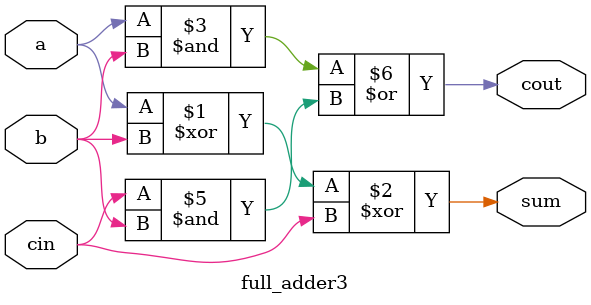
<source format=v>
module full_adder3(a,b,cin,sum,cout);
input a,b,cin;
output sum,cout;
assign sum = a^b^cin;
assign cout = a&b|cin&(1'b0|b); 
// initial begin
//     $display("The incorrect adder with or0 having in1/0");
// end   
endmodule
</source>
